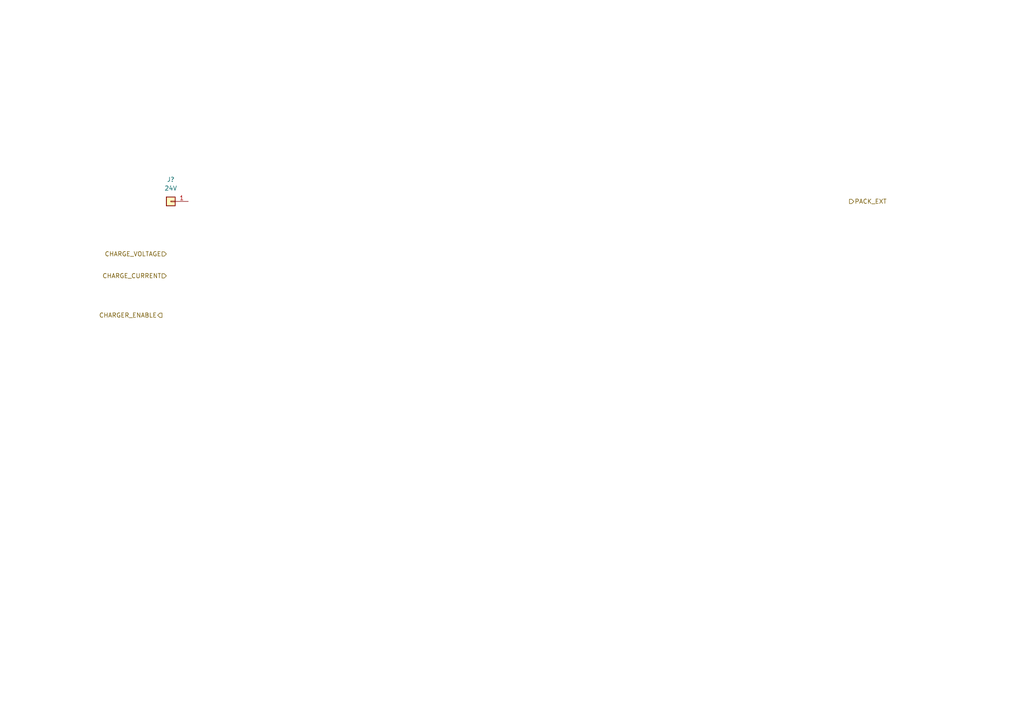
<source format=kicad_sch>
(kicad_sch (version 20211123) (generator eeschema)
  (paper "A4")
  (lib_symbols
    (symbol "benediktibk:Connector_M6" (pin_names (offset 1.016) hide)
      (property "Reference" "J" (at 0 2.54 0))
      (property "Value" "Connector_M6" (at 0 -3.302 0))
      (symbol "Connector_M6_1_1"
        (rectangle (start -1.27 0.127) (end 0 -0.127) (stroke (width 0.1524)))
        (rectangle (start -1.27 1.27) (end 1.27 -1.27) (stroke (width 0.254)) (fill (type background)))
        (pin bidirectional line (at -5.08 0 0) (length 3.81) (name "Pin_1") (number "1"))
      )
    )
  )
  (hierarchical_label "CHARGE_VOLTAGE" (shape input) (at 48.26 73.66 180))
  (hierarchical_label "CHARGE_CURRENT" (shape input) (at 48.26 80.01 180))
  (hierarchical_label "CHARGER_ENABLE" (shape output) (at 46.99 91.44 180))
  (hierarchical_label "PACK_EXT" (shape output) (at 246.38 58.42 0))
  (symbol (lib_id "benediktibk:Connector_M6") (at 49.53 58.42 0) (mirror y) (unit 1)
    (property "Reference" "J?" (at 49.53 52.07 0))
    (property "Value" "24V" (at 49.53 54.61 0))
    (property "Footprint" "benediktibk:Connector_M6" (effects hide))
  )
)
</source>
